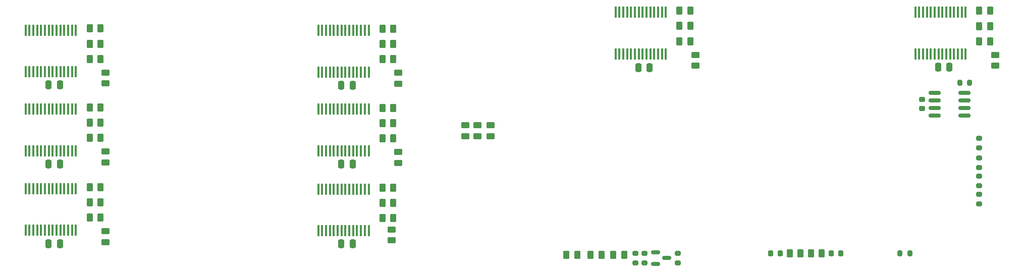
<source format=gbr>
%TF.GenerationSoftware,KiCad,Pcbnew,9.0.6*%
%TF.CreationDate,2026-01-12T11:04:55-05:00*%
%TF.ProjectId,OrganKeyswitchBreakout,4f726761-6e4b-4657-9973-776974636842,rev?*%
%TF.SameCoordinates,Original*%
%TF.FileFunction,Paste,Top*%
%TF.FilePolarity,Positive*%
%FSLAX46Y46*%
G04 Gerber Fmt 4.6, Leading zero omitted, Abs format (unit mm)*
G04 Created by KiCad (PCBNEW 9.0.6) date 2026-01-12 11:04:55*
%MOMM*%
%LPD*%
G01*
G04 APERTURE LIST*
G04 Aperture macros list*
%AMRoundRect*
0 Rectangle with rounded corners*
0 $1 Rounding radius*
0 $2 $3 $4 $5 $6 $7 $8 $9 X,Y pos of 4 corners*
0 Add a 4 corners polygon primitive as box body*
4,1,4,$2,$3,$4,$5,$6,$7,$8,$9,$2,$3,0*
0 Add four circle primitives for the rounded corners*
1,1,$1+$1,$2,$3*
1,1,$1+$1,$4,$5*
1,1,$1+$1,$6,$7*
1,1,$1+$1,$8,$9*
0 Add four rect primitives between the rounded corners*
20,1,$1+$1,$2,$3,$4,$5,0*
20,1,$1+$1,$4,$5,$6,$7,0*
20,1,$1+$1,$6,$7,$8,$9,0*
20,1,$1+$1,$8,$9,$2,$3,0*%
G04 Aperture macros list end*
%ADD10RoundRect,0.250000X0.450000X-0.262500X0.450000X0.262500X-0.450000X0.262500X-0.450000X-0.262500X0*%
%ADD11RoundRect,0.100000X0.100000X-0.850000X0.100000X0.850000X-0.100000X0.850000X-0.100000X-0.850000X0*%
%ADD12RoundRect,0.250000X-0.250000X-0.475000X0.250000X-0.475000X0.250000X0.475000X-0.250000X0.475000X0*%
%ADD13RoundRect,0.250000X0.262500X0.450000X-0.262500X0.450000X-0.262500X-0.450000X0.262500X-0.450000X0*%
%ADD14RoundRect,0.200000X-0.275000X0.200000X-0.275000X-0.200000X0.275000X-0.200000X0.275000X0.200000X0*%
%ADD15RoundRect,0.250000X-0.262500X-0.450000X0.262500X-0.450000X0.262500X0.450000X-0.262500X0.450000X0*%
%ADD16RoundRect,0.225000X0.250000X-0.225000X0.250000X0.225000X-0.250000X0.225000X-0.250000X-0.225000X0*%
%ADD17RoundRect,0.200000X0.200000X0.275000X-0.200000X0.275000X-0.200000X-0.275000X0.200000X-0.275000X0*%
%ADD18RoundRect,0.200000X0.275000X-0.200000X0.275000X0.200000X-0.275000X0.200000X-0.275000X-0.200000X0*%
%ADD19RoundRect,0.218750X0.218750X0.256250X-0.218750X0.256250X-0.218750X-0.256250X0.218750X-0.256250X0*%
%ADD20RoundRect,0.150000X-0.587500X-0.150000X0.587500X-0.150000X0.587500X0.150000X-0.587500X0.150000X0*%
%ADD21RoundRect,0.218750X-0.218750X-0.256250X0.218750X-0.256250X0.218750X0.256250X-0.218750X0.256250X0*%
%ADD22RoundRect,0.200000X-0.200000X-0.275000X0.200000X-0.275000X0.200000X0.275000X-0.200000X0.275000X0*%
%ADD23RoundRect,0.150000X-0.825000X-0.150000X0.825000X-0.150000X0.825000X0.150000X-0.825000X0.150000X0*%
G04 APERTURE END LIST*
D10*
%TO.C,R42*%
X150541000Y-80625000D03*
X150541000Y-78800000D03*
%TD*%
%TO.C,R41*%
X152700000Y-80625000D03*
X152700000Y-78800000D03*
%TD*%
%TO.C,R40*%
X148509000Y-80625000D03*
X148509000Y-78800000D03*
%TD*%
D11*
%TO.C,U7*%
X123835050Y-83118931D03*
X124485050Y-83118931D03*
X125135050Y-83118931D03*
X125785050Y-83118931D03*
X126435050Y-83118931D03*
X127085050Y-83118931D03*
X127735050Y-83118931D03*
X128385050Y-83118931D03*
X129035050Y-83118931D03*
X129685050Y-83118931D03*
X130335050Y-83118931D03*
X130985050Y-83118931D03*
X131635050Y-83118931D03*
X132285050Y-83118931D03*
X132285050Y-76118931D03*
X131635050Y-76118931D03*
X130985050Y-76118931D03*
X130335050Y-76118931D03*
X129685050Y-76118931D03*
X129035050Y-76118931D03*
X128385050Y-76118931D03*
X127735050Y-76118931D03*
X127085050Y-76118931D03*
X126435050Y-76118931D03*
X125785050Y-76118931D03*
X125135050Y-76118931D03*
X124485050Y-76118931D03*
X123835050Y-76118931D03*
%TD*%
D12*
%TO.C,CD_U6*%
X127682800Y-85347645D03*
X129582800Y-85347645D03*
%TD*%
%TO.C,CD_U3*%
X227832450Y-69085557D03*
X229732450Y-69085557D03*
%TD*%
D10*
%TO.C,R36*%
X187120375Y-68819486D03*
X187120375Y-66994486D03*
%TD*%
D13*
%TO.C,R13*%
X236552950Y-64721100D03*
X234727950Y-64721100D03*
%TD*%
D11*
%TO.C,U4*%
X223984700Y-66863200D03*
X224634700Y-66863200D03*
X225284700Y-66863200D03*
X225934700Y-66863200D03*
X226584700Y-66863200D03*
X227234700Y-66863200D03*
X227884700Y-66863200D03*
X228534700Y-66863200D03*
X229184700Y-66863200D03*
X229834700Y-66863200D03*
X230484700Y-66863200D03*
X231134700Y-66863200D03*
X231784700Y-66863200D03*
X232434700Y-66863200D03*
X232434700Y-59863200D03*
X231784700Y-59863200D03*
X231134700Y-59863200D03*
X230484700Y-59863200D03*
X229834700Y-59863200D03*
X229184700Y-59863200D03*
X228534700Y-59863200D03*
X227884700Y-59863200D03*
X227234700Y-59863200D03*
X226584700Y-59863200D03*
X225934700Y-59863200D03*
X225284700Y-59863200D03*
X224634700Y-59863200D03*
X223984700Y-59863200D03*
%TD*%
D14*
%TO.C,RP_DIP3*%
X234691000Y-87300500D03*
X234691000Y-88950500D03*
%TD*%
D12*
%TO.C,CD_U4*%
X78573175Y-72054157D03*
X80473175Y-72054157D03*
%TD*%
D15*
%TO.C,RLED2*%
X206455000Y-100330000D03*
X208280000Y-100330000D03*
%TD*%
D16*
%TO.C,CD_U2*%
X225163000Y-76010000D03*
X225163000Y-74460000D03*
%TD*%
D14*
%TO.C,RP_DIP4*%
X234691000Y-90348500D03*
X234691000Y-91998500D03*
%TD*%
D10*
%TO.C,R1*%
X136100000Y-98112500D03*
X136100000Y-96287500D03*
%TD*%
D17*
%TO.C,RS1*%
X233100000Y-71679000D03*
X231450000Y-71679000D03*
%TD*%
D13*
%TO.C,RLED1*%
X204724000Y-100330000D03*
X202899000Y-100330000D03*
%TD*%
D10*
%TO.C,R28*%
X137268800Y-71850236D03*
X137268800Y-70025236D03*
%TD*%
D12*
%TO.C,CD_U7*%
X127682800Y-72122293D03*
X129582800Y-72122293D03*
%TD*%
D18*
%TO.C,R9*%
X184150000Y-101917000D03*
X184150000Y-100267000D03*
%TD*%
D13*
%TO.C,R25*%
X136403300Y-80988531D03*
X134578300Y-80988531D03*
%TD*%
D19*
%TO.C,D3*%
X211457000Y-100330000D03*
X209882000Y-100330000D03*
%TD*%
D10*
%TO.C,R16*%
X88159175Y-71797257D03*
X88159175Y-69972257D03*
%TD*%
D13*
%TO.C,R38*%
X186254875Y-62148986D03*
X184429875Y-62148986D03*
%TD*%
D10*
%TO.C,R32*%
X88159175Y-85058123D03*
X88159175Y-83233123D03*
%TD*%
D13*
%TO.C,R14*%
X236552950Y-62166586D03*
X234727950Y-62166586D03*
%TD*%
D14*
%TO.C,RP_DIP1*%
X234691000Y-80950500D03*
X234691000Y-82600500D03*
%TD*%
D13*
%TO.C,R15*%
X236552950Y-59612414D03*
X234727950Y-59612414D03*
%TD*%
%TO.C,R26*%
X136403300Y-78444902D03*
X134578300Y-78444902D03*
%TD*%
D14*
%TO.C,R7*%
X177038000Y-100267000D03*
X177038000Y-101917000D03*
%TD*%
D15*
%TO.C,R11*%
X173331500Y-100584000D03*
X175156500Y-100584000D03*
%TD*%
D11*
%TO.C,U10*%
X173686625Y-66853129D03*
X174336625Y-66853129D03*
X174986625Y-66853129D03*
X175636625Y-66853129D03*
X176286625Y-66853129D03*
X176936625Y-66853129D03*
X177586625Y-66853129D03*
X178236625Y-66853129D03*
X178886625Y-66853129D03*
X179536625Y-66853129D03*
X180186625Y-66853129D03*
X180836625Y-66853129D03*
X181486625Y-66853129D03*
X182136625Y-66853129D03*
X182136625Y-59853129D03*
X181486625Y-59853129D03*
X180836625Y-59853129D03*
X180186625Y-59853129D03*
X179536625Y-59853129D03*
X178886625Y-59853129D03*
X178236625Y-59853129D03*
X177586625Y-59853129D03*
X176936625Y-59853129D03*
X176286625Y-59853129D03*
X175636625Y-59853129D03*
X174986625Y-59853129D03*
X174336625Y-59853129D03*
X173686625Y-59853129D03*
%TD*%
%TO.C,U6*%
X74725425Y-96439678D03*
X75375425Y-96439678D03*
X76025425Y-96439678D03*
X76675425Y-96439678D03*
X77325425Y-96439678D03*
X77975425Y-96439678D03*
X78625425Y-96439678D03*
X79275425Y-96439678D03*
X79925425Y-96439678D03*
X80575425Y-96439678D03*
X81225425Y-96439678D03*
X81875425Y-96439678D03*
X82525425Y-96439678D03*
X83175425Y-96439678D03*
X83175425Y-89439678D03*
X82525425Y-89439678D03*
X81875425Y-89439678D03*
X81225425Y-89439678D03*
X80575425Y-89439678D03*
X79925425Y-89439678D03*
X79275425Y-89439678D03*
X78625425Y-89439678D03*
X77975425Y-89439678D03*
X77325425Y-89439678D03*
X76675425Y-89439678D03*
X76025425Y-89439678D03*
X75375425Y-89439678D03*
X74725425Y-89439678D03*
%TD*%
%TO.C,U5*%
X74725425Y-69838157D03*
X75375425Y-69838157D03*
X76025425Y-69838157D03*
X76675425Y-69838157D03*
X77325425Y-69838157D03*
X77975425Y-69838157D03*
X78625425Y-69838157D03*
X79275425Y-69838157D03*
X79925425Y-69838157D03*
X80575425Y-69838157D03*
X81225425Y-69838157D03*
X81875425Y-69838157D03*
X82525425Y-69838157D03*
X83175425Y-69838157D03*
X83175425Y-62838157D03*
X82525425Y-62838157D03*
X81875425Y-62838157D03*
X81225425Y-62838157D03*
X80575425Y-62838157D03*
X79925425Y-62838157D03*
X79275425Y-62838157D03*
X78625425Y-62838157D03*
X77975425Y-62838157D03*
X77325425Y-62838157D03*
X76675425Y-62838157D03*
X76025425Y-62838157D03*
X75375425Y-62838157D03*
X74725425Y-62838157D03*
%TD*%
D13*
%TO.C,R39*%
X186254875Y-59591271D03*
X184429875Y-59591271D03*
%TD*%
%TO.C,R19*%
X87293675Y-62554157D03*
X85468675Y-62554157D03*
%TD*%
%TO.C,R18*%
X87293675Y-65118957D03*
X85468675Y-65118957D03*
%TD*%
%TO.C,R22*%
X87293675Y-91758121D03*
X85468675Y-91758121D03*
%TD*%
D12*
%TO.C,CD_U9*%
X177534375Y-69106700D03*
X179434375Y-69106700D03*
%TD*%
D20*
%TO.C,Q1*%
X180418500Y-100142000D03*
X180418500Y-102042000D03*
X182293500Y-101092000D03*
%TD*%
D13*
%TO.C,R29*%
X136403300Y-67737607D03*
X134578300Y-67737607D03*
%TD*%
%TO.C,R6*%
X171346500Y-100584000D03*
X169521500Y-100584000D03*
%TD*%
D21*
%TO.C,D2*%
X199722000Y-100330000D03*
X201297000Y-100330000D03*
%TD*%
D13*
%TO.C,R31*%
X136403300Y-62614579D03*
X134578300Y-62614579D03*
%TD*%
D12*
%TO.C,CD_U5*%
X78573175Y-98699607D03*
X80473175Y-98699607D03*
%TD*%
D13*
%TO.C,R2*%
X136403300Y-94400600D03*
X134578300Y-94400600D03*
%TD*%
D10*
%TO.C,R24*%
X137268800Y-85099802D03*
X137268800Y-83274802D03*
%TD*%
D13*
%TO.C,R3*%
X136403300Y-91860600D03*
X134578300Y-91860600D03*
%TD*%
D18*
%TO.C,R8*%
X178562000Y-101917000D03*
X178562000Y-100267000D03*
%TD*%
D14*
%TO.C,RP_DIP2*%
X234691000Y-84252500D03*
X234691000Y-85902500D03*
%TD*%
D13*
%TO.C,R35*%
X87293675Y-75844795D03*
X85468675Y-75844795D03*
%TD*%
%TO.C,R33*%
X87293675Y-80946309D03*
X85468675Y-80946309D03*
%TD*%
%TO.C,R27*%
X136403300Y-75901359D03*
X134578300Y-75901359D03*
%TD*%
%TO.C,R30*%
X136403300Y-65175836D03*
X134578300Y-65175836D03*
%TD*%
D10*
%TO.C,R20*%
X88159175Y-98416921D03*
X88159175Y-96591921D03*
%TD*%
D22*
%TO.C,R10*%
X221425000Y-100330000D03*
X223075000Y-100330000D03*
%TD*%
D11*
%TO.C,U1*%
X123835050Y-96527100D03*
X124485050Y-96527100D03*
X125135050Y-96527100D03*
X125785050Y-96527100D03*
X126435050Y-96527100D03*
X127085050Y-96527100D03*
X127735050Y-96527100D03*
X128385050Y-96527100D03*
X129035050Y-96527100D03*
X129685050Y-96527100D03*
X130335050Y-96527100D03*
X130985050Y-96527100D03*
X131635050Y-96527100D03*
X132285050Y-96527100D03*
X132285050Y-89527100D03*
X131635050Y-89527100D03*
X130985050Y-89527100D03*
X130335050Y-89527100D03*
X129685050Y-89527100D03*
X129035050Y-89527100D03*
X128385050Y-89527100D03*
X127735050Y-89527100D03*
X127085050Y-89527100D03*
X126435050Y-89527100D03*
X125785050Y-89527100D03*
X125135050Y-89527100D03*
X124485050Y-89527100D03*
X123835050Y-89527100D03*
%TD*%
D13*
%TO.C,R37*%
X186254875Y-64707129D03*
X184429875Y-64707129D03*
%TD*%
%TO.C,R23*%
X87293675Y-89211036D03*
X85468675Y-89211036D03*
%TD*%
D12*
%TO.C,CD_U8*%
X78573175Y-85275652D03*
X80473175Y-85275652D03*
%TD*%
D13*
%TO.C,R4*%
X136403300Y-89320600D03*
X134578300Y-89320600D03*
%TD*%
D23*
%TO.C,U3*%
X227260000Y-73330000D03*
X227260000Y-74600000D03*
X227260000Y-75870000D03*
X227260000Y-77140000D03*
X232210000Y-77140000D03*
X232210000Y-75870000D03*
X232210000Y-74600000D03*
X232210000Y-73330000D03*
%TD*%
D13*
%TO.C,R17*%
X87293675Y-67684357D03*
X85468675Y-67684357D03*
%TD*%
D10*
%TO.C,R12*%
X237418450Y-68833186D03*
X237418450Y-67008186D03*
%TD*%
D15*
%TO.C,R5*%
X165457500Y-100584000D03*
X167282500Y-100584000D03*
%TD*%
D13*
%TO.C,R21*%
X87293675Y-94305378D03*
X85468675Y-94305378D03*
%TD*%
%TO.C,R34*%
X87293675Y-78395423D03*
X85468675Y-78395423D03*
%TD*%
D12*
%TO.C,CD_U1*%
X127682800Y-98718600D03*
X129582800Y-98718600D03*
%TD*%
D11*
%TO.C,U9*%
X74725425Y-83084509D03*
X75375425Y-83084509D03*
X76025425Y-83084509D03*
X76675425Y-83084509D03*
X77325425Y-83084509D03*
X77975425Y-83084509D03*
X78625425Y-83084509D03*
X79275425Y-83084509D03*
X79925425Y-83084509D03*
X80575425Y-83084509D03*
X81225425Y-83084509D03*
X81875425Y-83084509D03*
X82525425Y-83084509D03*
X83175425Y-83084509D03*
X83175425Y-76084509D03*
X82525425Y-76084509D03*
X81875425Y-76084509D03*
X81225425Y-76084509D03*
X80575425Y-76084509D03*
X79925425Y-76084509D03*
X79275425Y-76084509D03*
X78625425Y-76084509D03*
X77975425Y-76084509D03*
X77325425Y-76084509D03*
X76675425Y-76084509D03*
X76025425Y-76084509D03*
X75375425Y-76084509D03*
X74725425Y-76084509D03*
%TD*%
%TO.C,U8*%
X123835050Y-69887507D03*
X124485050Y-69887507D03*
X125135050Y-69887507D03*
X125785050Y-69887507D03*
X126435050Y-69887507D03*
X127085050Y-69887507D03*
X127735050Y-69887507D03*
X128385050Y-69887507D03*
X129035050Y-69887507D03*
X129685050Y-69887507D03*
X130335050Y-69887507D03*
X130985050Y-69887507D03*
X131635050Y-69887507D03*
X132285050Y-69887507D03*
X132285050Y-62887507D03*
X131635050Y-62887507D03*
X130985050Y-62887507D03*
X130335050Y-62887507D03*
X129685050Y-62887507D03*
X129035050Y-62887507D03*
X128385050Y-62887507D03*
X127735050Y-62887507D03*
X127085050Y-62887507D03*
X126435050Y-62887507D03*
X125785050Y-62887507D03*
X125135050Y-62887507D03*
X124485050Y-62887507D03*
X123835050Y-62887507D03*
%TD*%
M02*

</source>
